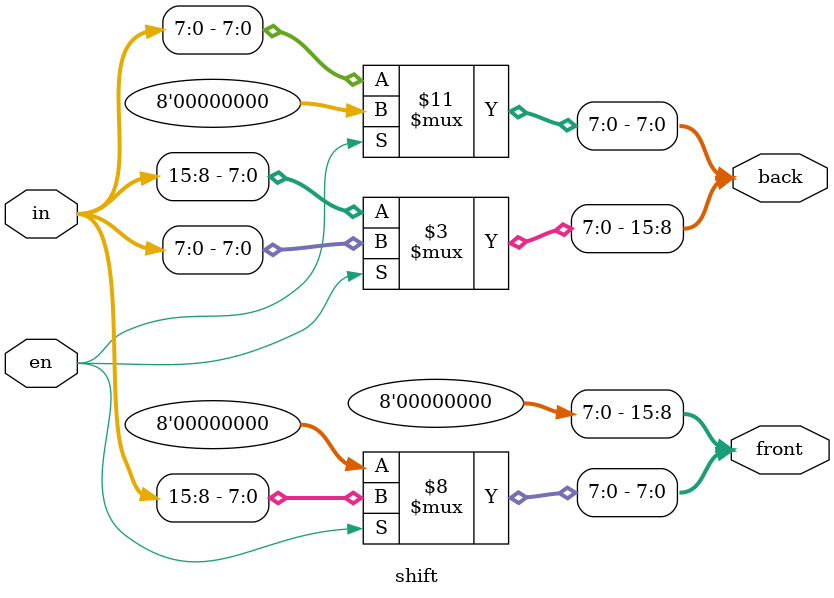
<source format=v>
module shift(
	input [15:0] in,
	input en,
	output reg [15:0] front,
	output reg [15:0] back
);

// Splits the bits to their MSB and LSB components:
// Because we multiply and get [24:9] of the [31:0] number.
// Shift to the relevant positions.

always @*
begin
	if (en) begin
		front[7:0] = in[15:8];
		front[15:8] = 8'b0;
		back[7:0] = 8'b0;
		back[15:8] = in[7:0];
	end else begin
		front= 16'b0;
		back = in;
	end
end

endmodule
</source>
